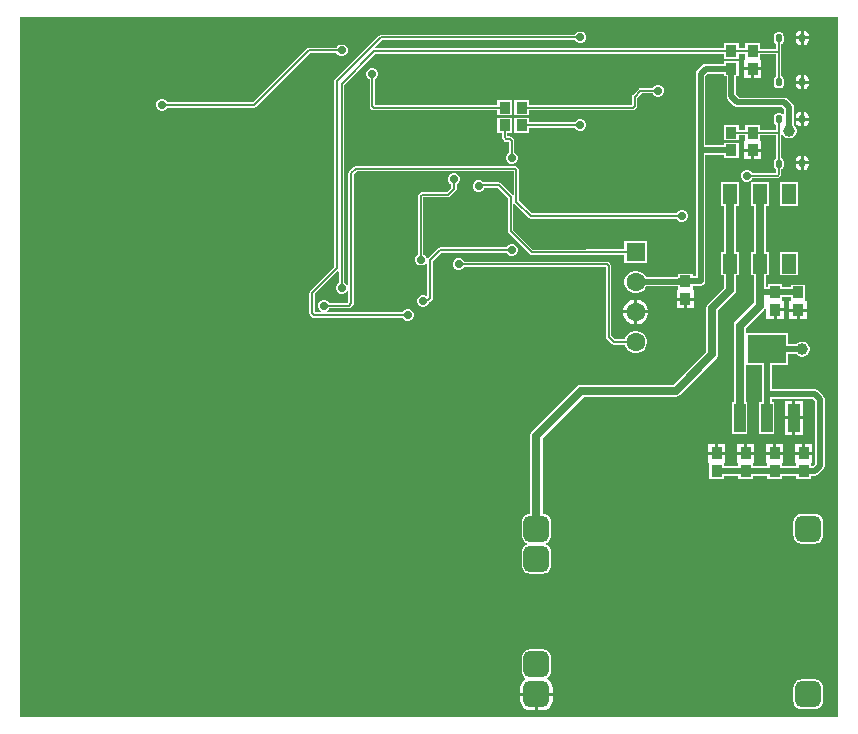
<source format=gbl>
G04*
G04 #@! TF.GenerationSoftware,Altium Limited,Altium Designer,21.9.2 (33)*
G04*
G04 Layer_Physical_Order=2*
G04 Layer_Color=16711680*
%FSLAX25Y25*%
%MOIN*%
G70*
G04*
G04 #@! TF.SameCoordinates,C4A799FB-7654-48D4-A5E1-033C702218DC*
G04*
G04*
G04 #@! TF.FilePolarity,Positive*
G04*
G01*
G75*
%ADD14C,0.00591*%
%ADD26R,0.03740X0.03937*%
%ADD31C,0.01968*%
%ADD33C,0.06299*%
%ADD34R,0.06299X0.06299*%
%ADD35C,0.02756*%
%ADD36C,0.03937*%
G04:AMPARAMS|DCode=37|XSize=21.65mil|YSize=27.56mil|CornerRadius=5.41mil|HoleSize=0mil|Usage=FLASHONLY|Rotation=180.000|XOffset=0mil|YOffset=0mil|HoleType=Round|Shape=RoundedRectangle|*
%AMROUNDEDRECTD37*
21,1,0.02165,0.01673,0,0,180.0*
21,1,0.01083,0.02756,0,0,180.0*
1,1,0.01083,-0.00541,0.00837*
1,1,0.01083,0.00541,0.00837*
1,1,0.01083,0.00541,-0.00837*
1,1,0.01083,-0.00541,-0.00837*
%
%ADD37ROUNDEDRECTD37*%
%ADD38R,0.03937X0.09449*%
%ADD39R,0.12992X0.09449*%
G04:AMPARAMS|DCode=40|XSize=86.61mil|YSize=86.61mil|CornerRadius=21.65mil|HoleSize=0mil|Usage=FLASHONLY|Rotation=180.000|XOffset=0mil|YOffset=0mil|HoleType=Round|Shape=RoundedRectangle|*
%AMROUNDEDRECTD40*
21,1,0.08661,0.04331,0,0,180.0*
21,1,0.04331,0.08661,0,0,180.0*
1,1,0.04331,-0.02165,0.02165*
1,1,0.04331,0.02165,0.02165*
1,1,0.04331,0.02165,-0.02165*
1,1,0.04331,-0.02165,-0.02165*
%
%ADD40ROUNDEDRECTD40*%
%ADD41R,0.04724X0.06693*%
%ADD42C,0.02756*%
G36*
X136190Y-116505D02*
X-136190D01*
Y116505D01*
X136190D01*
Y-116505D01*
D02*
G37*
%LPC*%
G36*
X124951Y112152D02*
X124910D01*
Y110244D01*
X126522D01*
Y110581D01*
X126403Y111182D01*
X126062Y111692D01*
X125552Y112032D01*
X124951Y112152D01*
D02*
G37*
G36*
X123910D02*
X123868D01*
X123267Y112032D01*
X122757Y111692D01*
X122416Y111182D01*
X122297Y110581D01*
Y110244D01*
X123910D01*
Y112152D01*
D02*
G37*
G36*
X126522Y109244D02*
X124910D01*
Y107336D01*
X124951D01*
X125552Y107456D01*
X126062Y107796D01*
X126403Y108306D01*
X126522Y108907D01*
Y109244D01*
D02*
G37*
G36*
X123910D02*
X122297D01*
Y108907D01*
X122416Y108306D01*
X122757Y107796D01*
X123267Y107456D01*
X123868Y107336D01*
X123910D01*
Y109244D01*
D02*
G37*
G36*
X-28742Y107480D02*
X-29525D01*
X-30249Y107181D01*
X-30803Y106627D01*
X-30890Y106415D01*
X-40157D01*
X-40157Y106415D01*
X-40503Y106346D01*
X-40796Y106150D01*
X-58642Y88305D01*
X-87220D01*
X-87308Y88517D01*
X-87861Y89070D01*
X-88585Y89370D01*
X-89368D01*
X-90091Y89070D01*
X-90645Y88517D01*
X-90945Y87793D01*
Y87010D01*
X-90645Y86286D01*
X-90091Y85733D01*
X-89368Y85433D01*
X-88585D01*
X-87861Y85733D01*
X-87308Y86286D01*
X-87220Y86498D01*
X-58268D01*
X-57922Y86567D01*
X-57629Y86763D01*
X-39783Y104609D01*
X-30890D01*
X-30803Y104397D01*
X-30249Y103843D01*
X-29525Y103543D01*
X-28742D01*
X-28019Y103843D01*
X-27465Y104397D01*
X-27165Y105120D01*
Y105903D01*
X-27465Y106627D01*
X-28019Y107181D01*
X-28742Y107480D01*
D02*
G37*
G36*
X103248Y101969D02*
X98327D01*
Y101015D01*
X92166D01*
X92166Y101015D01*
X91551Y100893D01*
X91030Y100545D01*
X91030Y100545D01*
X89416Y98931D01*
X89068Y98410D01*
X88946Y97795D01*
X88946Y97795D01*
Y71654D01*
X88946Y71653D01*
X88946Y71653D01*
Y30346D01*
X87894D01*
Y31102D01*
X82972D01*
Y30248D01*
X82850Y30224D01*
X82591Y30051D01*
X72233D01*
X71890Y30643D01*
X71194Y31339D01*
X70341Y31832D01*
X69390Y32087D01*
X68405D01*
X67454Y31832D01*
X66601Y31339D01*
X65905Y30643D01*
X65412Y29790D01*
X65158Y28839D01*
Y27854D01*
X65412Y26903D01*
X65905Y26050D01*
X66601Y25354D01*
X67454Y24861D01*
X68405Y24606D01*
X69390D01*
X70341Y24861D01*
X71194Y25354D01*
X71890Y26050D01*
X72346Y26839D01*
X82972D01*
Y26106D01*
X82972Y25984D01*
X82678Y25606D01*
X82563D01*
Y23138D01*
X85433D01*
X88303D01*
Y25606D01*
X88188D01*
X87894Y25984D01*
X87894Y26106D01*
Y27134D01*
X90551D01*
X91166Y27257D01*
X91686Y27605D01*
X92035Y28126D01*
X92157Y28740D01*
Y70639D01*
X98327D01*
Y69685D01*
X103248D01*
Y74803D01*
X98327D01*
Y73850D01*
X92157D01*
Y97130D01*
X92831Y97804D01*
X98327D01*
Y96851D01*
X99182D01*
Y90197D01*
X99182Y90197D01*
X99304Y89583D01*
X99652Y89062D01*
X101660Y87054D01*
X102181Y86706D01*
X102796Y86583D01*
X102796Y86583D01*
X117799D01*
X118473Y85909D01*
Y84263D01*
X117973Y84111D01*
X117893Y84232D01*
X117518Y84482D01*
X117077Y84570D01*
X115994D01*
X115552Y84482D01*
X115178Y84232D01*
X114928Y83857D01*
X114840Y83415D01*
Y81742D01*
X114928Y81301D01*
X115178Y80926D01*
X115552Y80676D01*
X115632Y80660D01*
Y79053D01*
X110335D01*
Y80709D01*
X105413D01*
Y79053D01*
X103248D01*
Y80709D01*
X98327D01*
Y75590D01*
X103248D01*
Y77246D01*
X105413D01*
Y75713D01*
X105413Y75590D01*
X105118Y75213D01*
X105004D01*
Y72744D01*
X107874D01*
X110744D01*
Y75213D01*
X110629D01*
X110335Y75590D01*
X110335Y75713D01*
Y77246D01*
X115632D01*
Y69734D01*
X115552Y69718D01*
X115178Y69468D01*
X114928Y69093D01*
X114840Y68652D01*
Y66978D01*
X114928Y66537D01*
X115178Y66162D01*
X115552Y65912D01*
X115632Y65896D01*
Y64731D01*
X107642D01*
X107574Y64895D01*
X107021Y65448D01*
X106297Y65748D01*
X105514D01*
X104790Y65448D01*
X104237Y64895D01*
X103937Y64171D01*
Y63388D01*
X104237Y62665D01*
X104790Y62111D01*
X105514Y61811D01*
X106297D01*
X107021Y62111D01*
X107574Y62665D01*
X107682Y62924D01*
X116190D01*
X116535Y62993D01*
X116828Y63189D01*
X117174Y63535D01*
X117370Y63828D01*
X117439Y64173D01*
Y65896D01*
X117518Y65912D01*
X117893Y66162D01*
X118143Y66537D01*
X118231Y66978D01*
Y68652D01*
X118143Y69093D01*
X117893Y69468D01*
X117518Y69718D01*
X117439Y69734D01*
Y77195D01*
X117939Y77329D01*
X118031Y77169D01*
X118507Y76692D01*
X119091Y76355D01*
X119742Y76181D01*
X120416D01*
X121066Y76355D01*
X121650Y76692D01*
X122126Y77169D01*
X122463Y77752D01*
X122638Y78403D01*
Y79077D01*
X122463Y79728D01*
X122126Y80312D01*
X121684Y80753D01*
Y86575D01*
X121684Y86575D01*
X121562Y87189D01*
X121214Y87710D01*
X121214Y87710D01*
X119600Y89324D01*
X119079Y89672D01*
X118464Y89795D01*
X118464Y89795D01*
X103461D01*
X102393Y90862D01*
Y96851D01*
X103248D01*
Y101969D01*
D02*
G37*
G36*
X110744Y98909D02*
X108374D01*
Y96441D01*
X110744D01*
Y98909D01*
D02*
G37*
G36*
X107374D02*
X105004D01*
Y96441D01*
X107374D01*
Y98909D01*
D02*
G37*
G36*
X124951Y97389D02*
X124910D01*
Y95480D01*
X126522D01*
Y95817D01*
X126403Y96418D01*
X126062Y96928D01*
X125552Y97269D01*
X124951Y97389D01*
D02*
G37*
G36*
X123910D02*
X123868D01*
X123267Y97269D01*
X122757Y96928D01*
X122416Y96418D01*
X122297Y95817D01*
Y95480D01*
X123910D01*
Y97389D01*
D02*
G37*
G36*
X50785Y111811D02*
X50002D01*
X49279Y111511D01*
X48725Y110958D01*
X48637Y110746D01*
X-16142D01*
X-16487Y110677D01*
X-16780Y110481D01*
X-31347Y95914D01*
X-31543Y95621D01*
X-31612Y95276D01*
Y33445D01*
X-39615Y25442D01*
X-39811Y25149D01*
X-39880Y24803D01*
Y17909D01*
X-39811Y17563D01*
X-39615Y17270D01*
X-39029Y16684D01*
X-38736Y16488D01*
X-38391Y16420D01*
X-8843D01*
X-8755Y16208D01*
X-8202Y15654D01*
X-7478Y15354D01*
X-6695D01*
X-5971Y15654D01*
X-5418Y16208D01*
X-5118Y16931D01*
Y17714D01*
X-5418Y18438D01*
X-5971Y18992D01*
X-6695Y19291D01*
X-7478D01*
X-8202Y18992D01*
X-8755Y18438D01*
X-8843Y18226D01*
X-34012D01*
X-34112Y18726D01*
X-33924Y18804D01*
X-33371Y19357D01*
X-33283Y19569D01*
X-26772D01*
X-26426Y19638D01*
X-26133Y19834D01*
X-25346Y20621D01*
X-25150Y20914D01*
X-25081Y21260D01*
Y64193D01*
X-24035Y65239D01*
X28231D01*
Y57593D01*
X28022Y57465D01*
X27731Y57405D01*
X23867Y61269D01*
X23574Y61464D01*
X23228Y61533D01*
X18022D01*
X17650Y61905D01*
X16927Y62205D01*
X16144D01*
X15420Y61905D01*
X14867Y61351D01*
X14567Y60628D01*
Y59845D01*
X14867Y59121D01*
X15420Y58567D01*
X16144Y58268D01*
X16927D01*
X17650Y58567D01*
X18204Y59121D01*
X18455Y59727D01*
X22854D01*
X26262Y56319D01*
Y45276D01*
X26331Y44930D01*
X26527Y44637D01*
X33613Y37550D01*
X33613Y37550D01*
X33906Y37355D01*
X34252Y37286D01*
X52362D01*
X52708Y37355D01*
X52841Y37443D01*
X65158D01*
Y34606D01*
X72638D01*
Y42087D01*
X65158D01*
Y39250D01*
X52520D01*
X52174Y39181D01*
X52041Y39092D01*
X34626D01*
X28069Y45650D01*
Y54218D01*
X28277Y54346D01*
X28569Y54406D01*
X33220Y49755D01*
X33220Y49755D01*
X33513Y49559D01*
X33858Y49490D01*
X82495D01*
X82583Y49279D01*
X83137Y48725D01*
X83860Y48425D01*
X84644D01*
X85367Y48725D01*
X85921Y49279D01*
X86221Y50002D01*
Y50785D01*
X85921Y51509D01*
X85367Y52062D01*
X84644Y52362D01*
X83860D01*
X83137Y52062D01*
X82583Y51509D01*
X82495Y51297D01*
X34232D01*
X30037Y55492D01*
Y65796D01*
X29968Y66141D01*
X29772Y66434D01*
X29427Y66780D01*
X29134Y66976D01*
X28788Y67045D01*
X-24409D01*
X-24755Y66976D01*
X-25048Y66780D01*
X-26623Y65206D01*
X-26819Y64913D01*
X-26887Y64567D01*
Y27405D01*
X-27387Y27306D01*
X-27465Y27493D01*
X-28019Y28047D01*
X-28231Y28135D01*
Y94114D01*
X-17933Y104412D01*
X98327D01*
Y102756D01*
X103248D01*
Y104412D01*
X105413D01*
Y102878D01*
X105413Y102756D01*
X105119Y102378D01*
X105004D01*
Y99909D01*
X110744D01*
Y102378D01*
X110629D01*
X110335Y102756D01*
X110335Y102878D01*
Y104215D01*
X115632D01*
Y96899D01*
X115552Y96883D01*
X115178Y96633D01*
X114928Y96259D01*
X114840Y95817D01*
Y94144D01*
X114928Y93702D01*
X115178Y93328D01*
X115552Y93078D01*
X115994Y92990D01*
X117077D01*
X117518Y93078D01*
X117893Y93328D01*
X118143Y93702D01*
X118231Y94144D01*
Y95817D01*
X118143Y96259D01*
X117893Y96633D01*
X117518Y96883D01*
X117439Y96899D01*
Y107629D01*
X117518Y107644D01*
X117893Y107895D01*
X118143Y108269D01*
X118231Y108711D01*
Y110384D01*
X118143Y110826D01*
X117893Y111200D01*
X117518Y111450D01*
X117077Y111538D01*
X115994D01*
X115552Y111450D01*
X115178Y111200D01*
X114928Y110826D01*
X114840Y110384D01*
Y108711D01*
X114928Y108269D01*
X115178Y107895D01*
X115552Y107644D01*
X115632Y107629D01*
Y106021D01*
X110335D01*
Y107874D01*
X105413D01*
Y106218D01*
X103248D01*
Y107874D01*
X98327D01*
Y106218D01*
X-17782D01*
X-17989Y106718D01*
X-15768Y108939D01*
X48637D01*
X48725Y108727D01*
X49279Y108174D01*
X50002Y107874D01*
X50785D01*
X51509Y108174D01*
X52062Y108727D01*
X52362Y109451D01*
Y110234D01*
X52062Y110958D01*
X51509Y111511D01*
X50785Y111811D01*
D02*
G37*
G36*
X126522Y94480D02*
X124910D01*
Y92572D01*
X124951D01*
X125552Y92692D01*
X126062Y93033D01*
X126403Y93542D01*
X126522Y94144D01*
Y94480D01*
D02*
G37*
G36*
X123910D02*
X122297D01*
Y94144D01*
X122416Y93542D01*
X122757Y93033D01*
X123267Y92692D01*
X123868Y92572D01*
X123910D01*
Y94480D01*
D02*
G37*
G36*
X76770Y94095D02*
X75986D01*
X75263Y93795D01*
X74709Y93241D01*
X74621Y93029D01*
X70472D01*
X70127Y92960D01*
X69834Y92765D01*
X67865Y90796D01*
X67669Y90503D01*
X67601Y90158D01*
Y87414D01*
X67544Y87357D01*
X33313D01*
Y89013D01*
X28392D01*
Y83895D01*
X33313D01*
Y85551D01*
X67918D01*
X68264Y85620D01*
X68557Y85816D01*
X69143Y86401D01*
X69338Y86695D01*
X69407Y87040D01*
Y89783D01*
X70847Y91223D01*
X74621D01*
X74709Y91011D01*
X75263Y90457D01*
X75986Y90158D01*
X76770D01*
X77493Y90457D01*
X78047Y91011D01*
X78347Y91734D01*
Y92518D01*
X78047Y93241D01*
X77493Y93795D01*
X76770Y94095D01*
D02*
G37*
G36*
X-18506Y99606D02*
X-19289D01*
X-20013Y99307D01*
X-20567Y98753D01*
X-20866Y98029D01*
Y97246D01*
X-20567Y96523D01*
X-20013Y95969D01*
X-19801Y95881D01*
Y87003D01*
X-19732Y86657D01*
X-19536Y86364D01*
X-18950Y85779D01*
X-18657Y85583D01*
X-18312Y85514D01*
X22736D01*
Y83858D01*
X27657D01*
Y88976D01*
X22736D01*
Y87321D01*
X-17938D01*
X-17995Y87377D01*
Y95881D01*
X-17783Y95969D01*
X-17229Y96523D01*
X-16929Y97246D01*
Y98029D01*
X-17229Y98753D01*
X-17783Y99307D01*
X-18506Y99606D01*
D02*
G37*
G36*
X124951Y84987D02*
X124909D01*
Y83079D01*
X126522D01*
Y83415D01*
X126403Y84017D01*
X126062Y84527D01*
X125552Y84867D01*
X124951Y84987D01*
D02*
G37*
G36*
X123909D02*
X123868D01*
X123267Y84867D01*
X122757Y84527D01*
X122416Y84017D01*
X122297Y83415D01*
Y83079D01*
X123909D01*
Y84987D01*
D02*
G37*
G36*
X126522Y82079D02*
X124909D01*
Y80171D01*
X124951D01*
X125552Y80290D01*
X126062Y80631D01*
X126403Y81141D01*
X126522Y81742D01*
Y82079D01*
D02*
G37*
G36*
X123909D02*
X122297D01*
Y81742D01*
X122416Y81141D01*
X122757Y80631D01*
X123267Y80290D01*
X123868Y80171D01*
X123909D01*
Y82079D01*
D02*
G37*
G36*
X33313Y83108D02*
X28392D01*
Y77990D01*
X33313D01*
Y79805D01*
X48637D01*
X48725Y79594D01*
X49279Y79040D01*
X50002Y78740D01*
X50785D01*
X51509Y79040D01*
X52062Y79594D01*
X52362Y80317D01*
Y81100D01*
X52062Y81824D01*
X51509Y82377D01*
X50785Y82677D01*
X50002D01*
X49279Y82377D01*
X48725Y81824D01*
X48637Y81612D01*
X33313D01*
Y83108D01*
D02*
G37*
G36*
X110744Y71744D02*
X108374D01*
Y69276D01*
X110744D01*
Y71744D01*
D02*
G37*
G36*
X107374D02*
X105004D01*
Y69276D01*
X107374D01*
Y71744D01*
D02*
G37*
G36*
X124951Y70420D02*
X124909D01*
Y68512D01*
X126522D01*
Y68848D01*
X126403Y69450D01*
X126062Y69960D01*
X125552Y70300D01*
X124951Y70420D01*
D02*
G37*
G36*
X123909D02*
X123868D01*
X123267Y70300D01*
X122757Y69960D01*
X122416Y69450D01*
X122297Y68848D01*
Y68512D01*
X123909D01*
Y70420D01*
D02*
G37*
G36*
X27657Y83071D02*
X22736D01*
Y77953D01*
X24294D01*
Y76570D01*
X24362Y76224D01*
X24558Y75931D01*
X25144Y75346D01*
X25437Y75150D01*
X25783Y75081D01*
X26599D01*
X26656Y75024D01*
Y71442D01*
X26444Y71354D01*
X25890Y70800D01*
X25591Y70077D01*
Y69293D01*
X25890Y68570D01*
X26444Y68016D01*
X27167Y67716D01*
X27951D01*
X28674Y68016D01*
X29228Y68570D01*
X29528Y69293D01*
Y70077D01*
X29228Y70800D01*
X28674Y71354D01*
X28462Y71442D01*
Y75398D01*
X28394Y75744D01*
X28198Y76037D01*
X27612Y76623D01*
X27319Y76819D01*
X26973Y76887D01*
X26157D01*
X26100Y76944D01*
Y77953D01*
X27657D01*
Y83071D01*
D02*
G37*
G36*
X126522Y67512D02*
X124909D01*
Y65604D01*
X124951D01*
X125552Y65723D01*
X126062Y66064D01*
X126403Y66574D01*
X126522Y67175D01*
Y67512D01*
D02*
G37*
G36*
X123909D02*
X122297D01*
Y67175D01*
X122416Y66574D01*
X122757Y66064D01*
X123267Y65723D01*
X123868Y65604D01*
X123909D01*
Y67512D01*
D02*
G37*
G36*
X123031Y61614D02*
X117126D01*
Y53740D01*
X123031D01*
Y61614D01*
D02*
G37*
G36*
X8659Y64567D02*
X7876D01*
X7153Y64267D01*
X6599Y63714D01*
X6299Y62990D01*
Y62207D01*
X6599Y61483D01*
X7153Y60930D01*
X7365Y60842D01*
Y59823D01*
X5925Y58384D01*
X-2410D01*
X-2756Y58315D01*
X-3049Y58119D01*
X-3395Y57773D01*
X-3590Y57480D01*
X-3659Y57134D01*
Y37583D01*
X-3871Y37496D01*
X-4425Y36942D01*
X-4724Y36218D01*
Y35435D01*
X-4425Y34712D01*
X-3871Y34158D01*
X-3148Y33858D01*
X-2364D01*
X-1641Y34158D01*
X-1087Y34712D01*
X-1010Y34899D01*
X-509Y34800D01*
Y24025D01*
X-1010Y23781D01*
X-1577Y24016D01*
X-2360D01*
X-3084Y23716D01*
X-3637Y23162D01*
X-3937Y22439D01*
Y21656D01*
X-3637Y20932D01*
X-3084Y20378D01*
X-2360Y20079D01*
X-1577D01*
X-853Y20378D01*
X-300Y20932D01*
X-81Y21460D01*
X154Y21506D01*
X446Y21702D01*
X1032Y22288D01*
X1228Y22581D01*
X1297Y22927D01*
Y35453D01*
X3917Y38073D01*
X25802D01*
X25890Y37861D01*
X26444Y37308D01*
X27167Y37008D01*
X27951D01*
X28674Y37308D01*
X29228Y37861D01*
X29528Y38585D01*
Y39368D01*
X29228Y40091D01*
X28674Y40645D01*
X27951Y40945D01*
X27167D01*
X26444Y40645D01*
X25890Y40091D01*
X25802Y39880D01*
X3543D01*
X3198Y39811D01*
X2905Y39615D01*
X-245Y36465D01*
X-326Y36345D01*
X-865Y36406D01*
X-1087Y36942D01*
X-1641Y37496D01*
X-1853Y37583D01*
Y56577D01*
X6299D01*
X6645Y56646D01*
X6938Y56842D01*
X8906Y58810D01*
X9102Y59103D01*
X9171Y59449D01*
Y60842D01*
X9383Y60930D01*
X9937Y61483D01*
X10236Y62207D01*
Y62990D01*
X9937Y63714D01*
X9383Y64267D01*
X8659Y64567D01*
D02*
G37*
G36*
X123031Y38386D02*
X117126D01*
Y30512D01*
X123031D01*
Y38386D01*
D02*
G37*
G36*
X88303Y22138D02*
X85933D01*
Y19669D01*
X88303D01*
Y22138D01*
D02*
G37*
G36*
X84933D02*
X82563D01*
Y19669D01*
X84933D01*
Y22138D01*
D02*
G37*
G36*
X113189Y61614D02*
X107283D01*
Y53740D01*
X108229D01*
Y38386D01*
X107283D01*
Y30512D01*
X108229D01*
Y24803D01*
Y21304D01*
X102124Y15199D01*
X101689Y14548D01*
X101536Y13780D01*
Y-11614D01*
X100984D01*
Y-22244D01*
X106103D01*
Y-11614D01*
X105551D01*
Y591D01*
X110993D01*
Y-11614D01*
X110039D01*
Y-22244D01*
X115157D01*
Y-11614D01*
X114204D01*
Y-10661D01*
X128035D01*
X128709Y-11335D01*
Y-32329D01*
X128035Y-33003D01*
X127356D01*
Y-32172D01*
X127356Y-32050D01*
X127650Y-31672D01*
X127765D01*
Y-29203D01*
X124895D01*
X122025D01*
Y-31672D01*
X122140D01*
X122434Y-32050D01*
X122434Y-32172D01*
Y-33003D01*
X117671D01*
Y-32172D01*
X117671Y-32050D01*
X117965Y-31672D01*
X118080D01*
Y-29203D01*
X115210D01*
X112340D01*
Y-31672D01*
X112455D01*
X112749Y-32050D01*
X112749Y-32172D01*
Y-33003D01*
X107986D01*
Y-32172D01*
X107986Y-32050D01*
X108280Y-31672D01*
X108395D01*
Y-29203D01*
X105525D01*
X102655D01*
Y-31672D01*
X102770D01*
X103064Y-32050D01*
X103064Y-32172D01*
Y-33003D01*
X98301D01*
Y-32172D01*
X98301Y-32050D01*
X98595Y-31672D01*
X98710D01*
Y-29203D01*
X95840D01*
X92970D01*
Y-31672D01*
X93085D01*
X93379Y-32050D01*
X93379Y-32172D01*
Y-37168D01*
X98301D01*
Y-36215D01*
X103064D01*
Y-37168D01*
X107986D01*
Y-36215D01*
X112749D01*
Y-37168D01*
X117671D01*
Y-36215D01*
X122434D01*
Y-37168D01*
X127356D01*
Y-36215D01*
X128700D01*
X128701Y-36215D01*
X129315Y-36092D01*
X129836Y-35744D01*
X131450Y-34130D01*
X131450Y-34130D01*
X131798Y-33609D01*
X131921Y-32994D01*
X131921Y-32994D01*
Y-10669D01*
X131921Y-10669D01*
X131798Y-10055D01*
X131450Y-9534D01*
X131450Y-9534D01*
X129836Y-7920D01*
X129315Y-7572D01*
X128701Y-7450D01*
X128700Y-7450D01*
X114204D01*
Y591D01*
X119685D01*
Y4300D01*
X122396D01*
X122838Y3858D01*
X123422Y3521D01*
X124073Y3347D01*
X124746D01*
X125397Y3521D01*
X125981Y3858D01*
X126457Y4334D01*
X126794Y4918D01*
X126969Y5569D01*
Y6242D01*
X126794Y6893D01*
X126457Y7477D01*
X125981Y7953D01*
X125397Y8290D01*
X124746Y8465D01*
X124073D01*
X123422Y8290D01*
X122838Y7953D01*
X122396Y7511D01*
X119685D01*
Y11220D01*
X105551D01*
Y12948D01*
X111655Y19053D01*
X111984Y19545D01*
X112484Y19394D01*
Y16126D01*
X114854D01*
Y19094D01*
X115354D01*
Y19594D01*
X118225D01*
Y22063D01*
X118110D01*
X117815Y22441D01*
X117815Y22563D01*
Y23314D01*
X120545D01*
Y22403D01*
X120545Y22281D01*
X120250Y21903D01*
X120135D01*
Y19434D01*
X125875D01*
Y21903D01*
X125760D01*
X125466Y22281D01*
X125466Y22403D01*
Y27399D01*
X120545D01*
Y26526D01*
X117815D01*
Y27559D01*
X112894D01*
Y26606D01*
X112243D01*
Y30512D01*
X113189D01*
Y38386D01*
X112243D01*
Y53740D01*
X113189D01*
Y61614D01*
D02*
G37*
G36*
X69444Y22496D02*
X69398D01*
Y18846D01*
X73047D01*
Y18893D01*
X72764Y19948D01*
X72218Y20894D01*
X71446Y21667D01*
X70499Y22213D01*
X69444Y22496D01*
D02*
G37*
G36*
X68398D02*
X68351D01*
X67296Y22213D01*
X66350Y21667D01*
X65577Y20894D01*
X65031Y19948D01*
X64748Y18893D01*
Y18846D01*
X68398D01*
Y22496D01*
D02*
G37*
G36*
X118225Y18595D02*
X115854D01*
Y16126D01*
X118225D01*
Y18595D01*
D02*
G37*
G36*
X125875Y18434D02*
X123505D01*
Y15966D01*
X125875D01*
Y18434D01*
D02*
G37*
G36*
X122505D02*
X120135D01*
Y15966D01*
X122505D01*
Y18434D01*
D02*
G37*
G36*
X73047Y17846D02*
X69398D01*
Y14197D01*
X69444D01*
X70499Y14480D01*
X71446Y15026D01*
X72218Y15799D01*
X72764Y16745D01*
X73047Y17800D01*
Y17846D01*
D02*
G37*
G36*
X68398D02*
X64748D01*
Y17800D01*
X65031Y16745D01*
X65577Y15799D01*
X66350Y15026D01*
X67296Y14480D01*
X68351Y14197D01*
X68398D01*
Y17846D01*
D02*
G37*
G36*
X10234Y36220D02*
X9451D01*
X8727Y35921D01*
X8174Y35367D01*
X7874Y34644D01*
Y33860D01*
X8174Y33137D01*
X8727Y32583D01*
X9451Y32283D01*
X10234D01*
X10958Y32583D01*
X11511Y33137D01*
X11599Y33349D01*
X58892D01*
X58939Y33301D01*
Y10104D01*
X59008Y9759D01*
X59204Y9465D01*
X60962Y7708D01*
X61255Y7512D01*
X61600Y7443D01*
X65268D01*
X65412Y6903D01*
X65905Y6050D01*
X66601Y5354D01*
X67454Y4861D01*
X68405Y4606D01*
X69390D01*
X70341Y4861D01*
X71194Y5354D01*
X71890Y6050D01*
X72383Y6903D01*
X72638Y7854D01*
Y8839D01*
X72383Y9790D01*
X71890Y10643D01*
X71194Y11339D01*
X70341Y11832D01*
X69390Y12087D01*
X68405D01*
X67454Y11832D01*
X66601Y11339D01*
X65905Y10643D01*
X65412Y9790D01*
X65268Y9250D01*
X61974D01*
X60746Y10478D01*
Y33675D01*
X60677Y34021D01*
X60481Y34314D01*
X59905Y34891D01*
X59612Y35086D01*
X59266Y35155D01*
X11599D01*
X11511Y35367D01*
X10958Y35921D01*
X10234Y36220D01*
D02*
G37*
G36*
X124622Y-11205D02*
X122154D01*
Y-16429D01*
X124622D01*
Y-11205D01*
D02*
G37*
G36*
X121154D02*
X118685D01*
Y-16429D01*
X121154D01*
Y-11205D01*
D02*
G37*
G36*
X124622Y-17429D02*
X122154D01*
Y-22654D01*
X124622D01*
Y-17429D01*
D02*
G37*
G36*
X121154D02*
X118685D01*
Y-22654D01*
X121154D01*
Y-17429D01*
D02*
G37*
G36*
X118080Y-25735D02*
X115710D01*
Y-28203D01*
X118080D01*
Y-25735D01*
D02*
G37*
G36*
X98710D02*
X96340D01*
Y-28203D01*
X98710D01*
Y-25735D01*
D02*
G37*
G36*
X108395D02*
X106025D01*
Y-28203D01*
X108395D01*
Y-25735D01*
D02*
G37*
G36*
X127765D02*
X125395D01*
Y-28203D01*
X127765D01*
Y-25735D01*
D02*
G37*
G36*
X105025D02*
X102655D01*
Y-28203D01*
X105025D01*
Y-25735D01*
D02*
G37*
G36*
X124395D02*
X122025D01*
Y-28203D01*
X124395D01*
Y-25735D01*
D02*
G37*
G36*
X95340D02*
X92970D01*
Y-28203D01*
X95340D01*
Y-25735D01*
D02*
G37*
G36*
X114710D02*
X112340D01*
Y-28203D01*
X114710D01*
Y-25735D01*
D02*
G37*
G36*
X128543Y-48992D02*
X124213D01*
X123493Y-49087D01*
X122823Y-49365D01*
X122247Y-49806D01*
X121805Y-50382D01*
X121528Y-51052D01*
X121433Y-51772D01*
Y-56103D01*
X121528Y-56822D01*
X121805Y-57492D01*
X122247Y-58068D01*
X122823Y-58510D01*
X123493Y-58787D01*
X124213Y-58882D01*
X128543D01*
X129263Y-58787D01*
X129933Y-58510D01*
X130509Y-58068D01*
X130951Y-57492D01*
X131228Y-56822D01*
X131323Y-56103D01*
Y-51772D01*
X131228Y-51052D01*
X130951Y-50382D01*
X130509Y-49806D01*
X129933Y-49365D01*
X129263Y-49087D01*
X128543Y-48992D01*
D02*
G37*
G36*
X103347Y61614D02*
X97441D01*
Y53740D01*
X98387D01*
Y38386D01*
X97441D01*
Y30512D01*
X98387D01*
Y26422D01*
X93069Y21104D01*
X92634Y20453D01*
X92481Y19685D01*
Y5162D01*
X81452Y-5867D01*
X50787D01*
X50019Y-6020D01*
X49368Y-6455D01*
X34407Y-21416D01*
X33972Y-22067D01*
X33820Y-22835D01*
Y-48992D01*
X33661D01*
X32942Y-49087D01*
X32272Y-49365D01*
X31696Y-49806D01*
X31254Y-50382D01*
X30976Y-51052D01*
X30882Y-51772D01*
Y-56103D01*
X30976Y-56822D01*
X31254Y-57492D01*
X31696Y-58068D01*
X32272Y-58510D01*
X32650Y-58666D01*
Y-59208D01*
X32272Y-59364D01*
X31696Y-59806D01*
X31254Y-60382D01*
X30976Y-61052D01*
X30882Y-61772D01*
Y-66102D01*
X30976Y-66822D01*
X31254Y-67492D01*
X31696Y-68068D01*
X32272Y-68510D01*
X32942Y-68787D01*
X33661Y-68882D01*
X37992D01*
X38712Y-68787D01*
X39382Y-68510D01*
X39958Y-68068D01*
X40399Y-67492D01*
X40677Y-66822D01*
X40772Y-66102D01*
Y-61772D01*
X40677Y-61052D01*
X40399Y-60382D01*
X39958Y-59806D01*
X39382Y-59364D01*
X39004Y-59208D01*
Y-58666D01*
X39382Y-58510D01*
X39958Y-58068D01*
X40399Y-57492D01*
X40677Y-56822D01*
X40772Y-56103D01*
Y-51772D01*
X40677Y-51052D01*
X40399Y-50382D01*
X39958Y-49806D01*
X39382Y-49365D01*
X38712Y-49087D01*
X37992Y-48992D01*
X37834D01*
Y-23666D01*
X51619Y-9881D01*
X82284D01*
X83052Y-9728D01*
X83703Y-9293D01*
X95907Y2912D01*
X96342Y3563D01*
X96495Y4331D01*
Y18854D01*
X101813Y24171D01*
X102248Y24823D01*
X102401Y25591D01*
Y30512D01*
X103347D01*
Y38386D01*
X102401D01*
Y53740D01*
X103347D01*
Y61614D01*
D02*
G37*
G36*
X37992Y-94110D02*
X33661D01*
X32942Y-94205D01*
X32272Y-94483D01*
X31696Y-94924D01*
X31254Y-95500D01*
X30976Y-96171D01*
X30882Y-96890D01*
Y-101221D01*
X30976Y-101940D01*
X31254Y-102611D01*
X31696Y-103186D01*
X32162Y-103544D01*
X32173Y-104080D01*
X32065Y-104125D01*
X31404Y-104632D01*
X30896Y-105293D01*
X30577Y-106063D01*
X30469Y-106890D01*
Y-108555D01*
X35827D01*
X41185D01*
Y-106890D01*
X41076Y-106063D01*
X40757Y-105293D01*
X40250Y-104632D01*
X39588Y-104125D01*
X39480Y-104080D01*
X39492Y-103544D01*
X39958Y-103186D01*
X40399Y-102611D01*
X40677Y-101940D01*
X40772Y-101221D01*
Y-96890D01*
X40677Y-96171D01*
X40399Y-95500D01*
X39958Y-94924D01*
X39382Y-94483D01*
X38712Y-94205D01*
X37992Y-94110D01*
D02*
G37*
G36*
X128543Y-104110D02*
X124213D01*
X123493Y-104205D01*
X122823Y-104482D01*
X122247Y-104924D01*
X121805Y-105500D01*
X121528Y-106170D01*
X121433Y-106890D01*
Y-111221D01*
X121528Y-111940D01*
X121805Y-112610D01*
X122247Y-113186D01*
X122823Y-113628D01*
X123493Y-113905D01*
X124213Y-114000D01*
X128543D01*
X129263Y-113905D01*
X129933Y-113628D01*
X130509Y-113186D01*
X130951Y-112610D01*
X131228Y-111940D01*
X131323Y-111221D01*
Y-106890D01*
X131228Y-106170D01*
X130951Y-105500D01*
X130509Y-104924D01*
X129933Y-104482D01*
X129263Y-104205D01*
X128543Y-104110D01*
D02*
G37*
G36*
X41185Y-109555D02*
X36327D01*
Y-114413D01*
X37992D01*
X38818Y-114304D01*
X39588Y-113985D01*
X40250Y-113478D01*
X40757Y-112817D01*
X41076Y-112047D01*
X41185Y-111221D01*
Y-109555D01*
D02*
G37*
G36*
X35327D02*
X30469D01*
Y-111221D01*
X30577Y-112047D01*
X30896Y-112817D01*
X31404Y-113478D01*
X32065Y-113985D01*
X32835Y-114304D01*
X33661Y-114413D01*
X35327D01*
Y-109555D01*
D02*
G37*
%LPD*%
G36*
X-30037Y31758D02*
Y28135D01*
X-30249Y28047D01*
X-30803Y27493D01*
X-31102Y26770D01*
Y25986D01*
X-30803Y25263D01*
X-30249Y24709D01*
X-29525Y24409D01*
X-28742D01*
X-28019Y24709D01*
X-27465Y25263D01*
X-27387Y25450D01*
X-26887Y25351D01*
Y21634D01*
X-27146Y21376D01*
X-33283D01*
X-33371Y21587D01*
X-33924Y22141D01*
X-34648Y22441D01*
X-35431D01*
X-36154Y22141D01*
X-36708Y21587D01*
X-37008Y20864D01*
Y20081D01*
X-36708Y19357D01*
X-36154Y18804D01*
X-35967Y18726D01*
X-36066Y18226D01*
X-38017D01*
X-38073Y18283D01*
Y24429D01*
X-30537Y31965D01*
X-30037Y31758D01*
D02*
G37*
D14*
X-2410Y57480D02*
X6299D01*
X-2756Y57134D02*
X-2410Y57480D01*
X-2756Y35827D02*
Y57134D01*
X6299Y57480D02*
X8268Y59449D01*
Y62598D01*
X33858Y50394D02*
X84252D01*
X-16142Y109843D02*
X50394D01*
X-30709Y33071D02*
Y95276D01*
X-16142Y109843D01*
X-38976Y24803D02*
X-30709Y33071D01*
X-38391Y17323D02*
X-7087D01*
X-38976Y17909D02*
X-38391Y17323D01*
X-38976Y17909D02*
Y24803D01*
X-88976Y87402D02*
X-58268D01*
X-40157Y105512D02*
X-29134D01*
X-58268Y87402D02*
X-40157Y105512D01*
X-18898Y87003D02*
Y97638D01*
Y87003D02*
X-18312Y86417D01*
X25197D01*
X68504Y90158D02*
X70472Y92126D01*
X76378D01*
X30852Y86454D02*
X67918D01*
X68504Y87040D01*
Y90158D01*
X30852Y80549D02*
X31012Y80709D01*
X50394D01*
X27559Y69685D02*
Y75398D01*
X25783Y75984D02*
X26973D01*
X27559Y75398D01*
X25197Y76570D02*
X25783Y75984D01*
X25197Y76570D02*
Y80512D01*
X-25984Y21260D02*
Y64567D01*
X-24409Y66142D02*
X28788D01*
X-25984Y64567D02*
X-24409Y66142D01*
X29134Y55118D02*
Y65796D01*
X28788Y66142D02*
X29134Y65796D01*
X-35039Y20472D02*
X-26772D01*
X-25984Y21260D01*
X29134Y55118D02*
X33858Y50394D01*
X105905Y63827D02*
X116190D01*
X116535Y64173D02*
Y67815D01*
Y68110D02*
Y82579D01*
X116190Y63827D02*
X116535Y64173D01*
X-29134Y26378D02*
Y94488D01*
X-18307Y105315D01*
X100787D01*
X107677D02*
X107874Y105118D01*
X116535Y94980D02*
Y109547D01*
X107874Y105315D02*
X108071Y105118D01*
X116535D01*
X116535Y94488D02*
Y94980D01*
X116535Y94488D02*
X116535Y94488D01*
X100787Y105315D02*
X107677D01*
X100787Y78149D02*
X107283D01*
X107480Y78347D01*
X107874Y78149D02*
X116339D01*
X116535Y78347D01*
X3543Y38976D02*
X27559D01*
X-1675Y22341D02*
X-192D01*
X394Y22927D02*
Y35827D01*
X-192Y22341D02*
X394Y22927D01*
X-1969Y22047D02*
X-1675Y22341D01*
X394Y35827D02*
X3543Y38976D01*
X59266Y34252D02*
X59842Y33675D01*
X9843Y34252D02*
X59266D01*
X59842Y10104D02*
Y33675D01*
Y10104D02*
X61600Y8347D01*
X68898D01*
X16535Y60236D02*
X16929Y60630D01*
X23228D01*
X27165Y56693D01*
Y45276D02*
Y56693D01*
Y45276D02*
X34252Y38189D01*
X52362D01*
X52520Y38346D01*
X68898D01*
D26*
X107874Y72244D02*
D03*
Y78149D02*
D03*
X100787Y72244D02*
D03*
Y78149D02*
D03*
X100787Y105315D02*
D03*
Y99410D02*
D03*
X30852Y80549D02*
D03*
Y86454D02*
D03*
X25197Y80512D02*
D03*
Y86417D02*
D03*
X107874Y99409D02*
D03*
Y105315D02*
D03*
X115354Y19094D02*
D03*
Y25000D02*
D03*
X123005Y24840D02*
D03*
Y18934D02*
D03*
X85433Y22638D02*
D03*
Y28543D02*
D03*
X124895Y-28703D02*
D03*
Y-34609D02*
D03*
X105525D02*
D03*
Y-28703D02*
D03*
X95840Y-34609D02*
D03*
Y-28703D02*
D03*
X115210Y-34609D02*
D03*
Y-28703D02*
D03*
D31*
X110433Y25000D02*
X115354D01*
X110236Y24803D02*
X110433Y25000D01*
X115434Y24920D02*
X122925D01*
X123005Y24840D01*
X100787Y90197D02*
Y99410D01*
Y90197D02*
X102796Y88189D01*
X120079Y78740D02*
Y86575D01*
X118464Y88189D02*
X120079Y86575D01*
X102796Y88189D02*
X118464D01*
X90551Y71653D02*
Y97795D01*
Y28740D02*
Y71653D01*
X100591Y72244D02*
X100787Y72047D01*
X100591Y72244D02*
X100787D01*
X91142D02*
X100591D01*
X90551Y71653D02*
X91142Y72244D01*
X83465Y28740D02*
X90551D01*
X92166Y99410D02*
X100787D01*
X90551Y97795D02*
X92166Y99410D01*
X112598Y5118D02*
X112992Y5512D01*
X124409Y5905D02*
X124409Y5906D01*
X112598Y5905D02*
X124409D01*
X68996Y28445D02*
X83465D01*
X68898Y28346D02*
X68996Y28445D01*
X105475Y-34609D02*
X105512Y-34646D01*
X105549Y-34609D01*
X112598Y-16142D02*
Y5118D01*
X130315Y-32994D02*
Y-10669D01*
X128701Y-9055D02*
X130315Y-10669D01*
X112992Y-9055D02*
X128701D01*
Y-34609D02*
X130315Y-32994D01*
X124895Y-34609D02*
X128701D01*
X112598Y5118D02*
Y5905D01*
Y-16142D02*
X112598Y-16142D01*
X120079Y34646D02*
X120472Y34252D01*
X120079Y34646D02*
X120079Y34646D01*
X119882Y34449D02*
X120079Y34646D01*
X119882Y57677D02*
X120079Y57874D01*
X115354Y25000D02*
X115434Y24920D01*
X123112D02*
X123228Y24803D01*
X115210Y-34609D02*
X124895D01*
X105549D02*
X115210D01*
X95840D02*
X105475D01*
D33*
X68898Y8347D02*
D03*
Y18347D02*
D03*
Y28346D02*
D03*
D34*
Y38346D02*
D03*
D35*
X-2756Y35827D02*
D03*
X84252Y50394D02*
D03*
X-18898Y97638D02*
D03*
X-29134Y105512D02*
D03*
X76378Y92126D02*
D03*
X50394Y80709D02*
D03*
Y109843D02*
D03*
X27559Y69685D02*
D03*
X-7087Y17323D02*
D03*
X-35039Y20472D02*
D03*
X105905Y63779D02*
D03*
X-29134Y26378D02*
D03*
X8268Y62598D02*
D03*
X27559Y38976D02*
D03*
X-88976Y87402D02*
D03*
X-1969Y22047D02*
D03*
X9843Y34252D02*
D03*
X16535Y60236D02*
D03*
D36*
X120079Y78740D02*
D03*
X124409Y5906D02*
D03*
D37*
X124409Y94980D02*
D03*
X116535D02*
D03*
Y109547D02*
D03*
X124409Y109744D02*
D03*
X116535Y67815D02*
D03*
X124409Y68012D02*
D03*
Y82579D02*
D03*
X116535D02*
D03*
D38*
X121654Y-16929D02*
D03*
X112598D02*
D03*
X103543D02*
D03*
D39*
X112598Y5905D02*
D03*
D40*
X126378Y-53937D02*
D03*
X35827Y-109055D02*
D03*
Y-53937D02*
D03*
Y-63937D02*
D03*
Y-99055D02*
D03*
X126378Y-109055D02*
D03*
D41*
X100394Y57677D02*
D03*
X110236D02*
D03*
X120079D02*
D03*
X100394Y34449D02*
D03*
X110236D02*
D03*
X120079D02*
D03*
D42*
X103543Y-16929D02*
Y13780D01*
X110236Y24803D02*
Y34449D01*
Y20472D02*
Y24803D01*
X103543Y13780D02*
X110236Y20472D01*
X100394Y25591D02*
Y34449D01*
X94488Y19685D02*
X100394Y25591D01*
X94488Y4331D02*
Y19685D01*
X82284Y-7874D02*
X94488Y4331D01*
X50787Y-7874D02*
X82284D01*
X110236Y34449D02*
Y57677D01*
X35827Y-22835D02*
X50787Y-7874D01*
X35827Y-53937D02*
Y-22835D01*
X100394Y34646D02*
Y57677D01*
M02*

</source>
